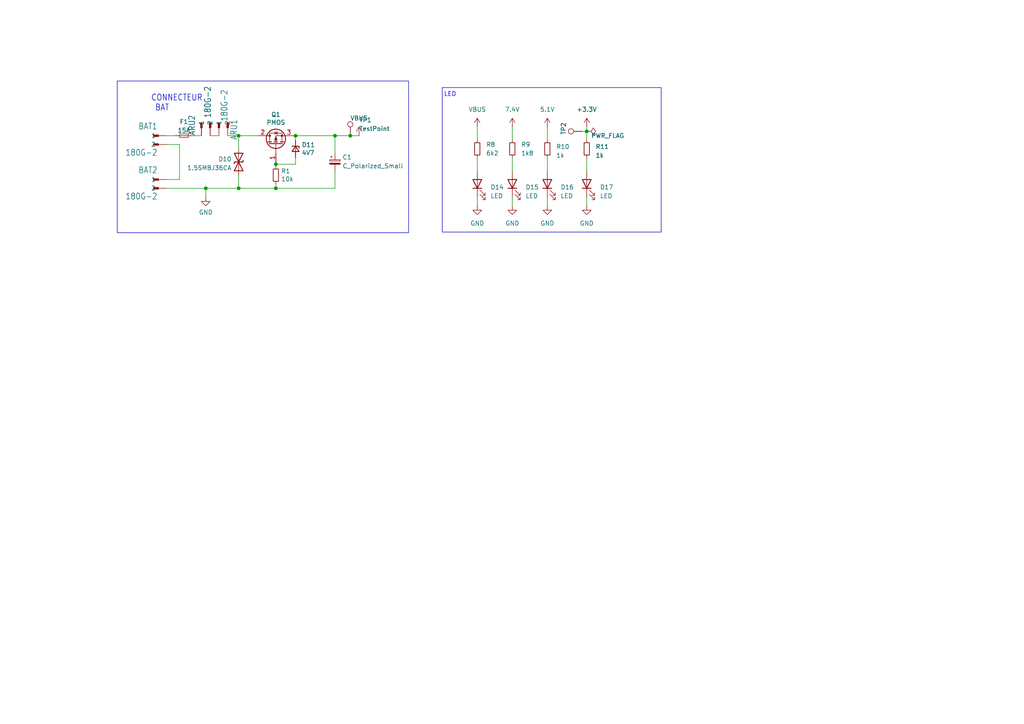
<source format=kicad_sch>
(kicad_sch (version 20231120) (generator "eeschema") (generator_version "8.0")
  (paper "A4")
  (lib_symbols
    (symbol "Connector:TestPoint" (pin_numbers hide) (pin_names (offset 0.762) hide)
      (property "Reference" "TP" (at 0 6.858 0))
      (property "Value" "TestPoint" (at 0 5.08 0))
      (symbol "TestPoint_0_1"
        (circle (center 0 3.302) (radius 0.762))
      )
      (symbol "TestPoint_1_1"
        (pin passive line (at 0 0 90) (length 2.54) (name "1") (number "1"))
      )
    )
    (symbol "Device:C_Polarized_Small" (pin_numbers hide) (pin_names (offset 0.254) hide)
      (property "Reference" "C" (at 0.254 1.778 0))
      (property "Value" "C_Polarized_Small" (at 0.254 -2.032 0))
      (symbol "C_Polarized_Small_0_1"
        (rectangle (start -1.524 -0.3048) (end 1.524 -0.6858) (fill (type outline)))
        (rectangle (start -1.524 0.6858) (end 1.524 0.3048))
        (polyline (pts (xy -1.27 1.524) (xy -0.762 1.524)))
        (polyline (pts (xy -1.016 1.27) (xy -1.016 1.778)))
      )
      (symbol "C_Polarized_Small_1_1"
        (pin passive line (at 0 2.54 270) (length 1.8542) (name "~") (number "1"))
        (pin passive line (at 0 -2.54 90) (length 1.8542) (name "~") (number "2"))
      )
    )
    (symbol "Device:D_TVS" (pin_numbers hide) (pin_names (offset 1.016) hide)
      (property "Reference" "D" (at 0 2.54 0))
      (property "Value" "D_TVS" (at 0 -2.54 0))
      (symbol "D_TVS_0_1"
        (polyline (pts (xy 1.27 0) (xy -1.27 0)))
        (polyline (pts (xy 0.508 1.27) (xy 0 1.27) (xy 0 -1.27) (xy -0.508 -1.27)) (stroke (width 0.254)))
        (polyline (pts (xy -2.54 1.27) (xy -2.54 -1.27) (xy 2.54 1.27) (xy 2.54 -1.27) (xy -2.54 1.27)) (stroke (width 0.254)))
      )
      (symbol "D_TVS_1_1"
        (pin passive line (at -3.81 0 0) (length 2.54) (name "A1") (number "1"))
        (pin passive line (at 3.81 0 180) (length 2.54) (name "A2") (number "2"))
      )
    )
    (symbol "Device:D_Zener_Small" (pin_numbers hide) (pin_names (offset 0.254) hide)
      (property "Reference" "D" (at 0 2.286 0))
      (property "Value" "D_Zener_Small" (at 0 -2.286 0))
      (symbol "D_Zener_Small_0_1"
        (polyline (pts (xy 0.762 0) (xy -0.762 0)))
        (polyline (pts (xy -0.254 1.016) (xy -0.762 1.016) (xy -0.762 -1.016)) (stroke (width 0.254)))
        (polyline (pts (xy 0.762 1.016) (xy -0.762 0) (xy 0.762 -1.016) (xy 0.762 1.016)) (stroke (width 0.254)))
      )
      (symbol "D_Zener_Small_1_1"
        (pin passive line (at -2.54 0 0) (length 1.778) (name "K") (number "1"))
        (pin passive line (at 2.54 0 180) (length 1.778) (name "A") (number "2"))
      )
    )
    (symbol "Device:Fuse_Small" (pin_numbers hide) (pin_names (offset 0.254) hide)
      (property "Reference" "F" (at 0 -1.524 0))
      (property "Value" "Fuse_Small" (at 0 1.524 0))
      (symbol "Fuse_Small_0_1"
        (rectangle (start -1.27 0.508) (end 1.27 -0.508))
        (polyline (pts (xy -1.27 0) (xy 1.27 0)))
      )
      (symbol "Fuse_Small_1_1"
        (pin passive line (at -2.54 0 0) (length 1.27) (name "~") (number "1"))
        (pin passive line (at 2.54 0 180) (length 1.27) (name "~") (number "2"))
      )
    )
    (symbol "Device:LED" (pin_numbers hide) (pin_names (offset 1.016) hide)
      (property "Reference" "D" (at 0 2.54 0))
      (property "Value" "LED" (at 0 -2.54 0))
      (symbol "LED_0_1"
        (polyline (pts (xy -1.27 -1.27) (xy -1.27 1.27)) (stroke (width 0.254)))
        (polyline (pts (xy -1.27 0) (xy 1.27 0)))
        (polyline (pts (xy 1.27 -1.27) (xy 1.27 1.27) (xy -1.27 0) (xy 1.27 -1.27)) (stroke (width 0.254)))
        (polyline (pts (xy -3.048 -0.762) (xy -4.572 -2.286) (xy -3.81 -2.286) (xy -4.572 -2.286) (xy -4.572 -1.524)))
        (polyline (pts (xy -1.778 -0.762) (xy -3.302 -2.286) (xy -2.54 -2.286) (xy -3.302 -2.286) (xy -3.302 -1.524)))
      )
      (symbol "LED_1_1"
        (pin passive line (at -3.81 0 0) (length 2.54) (name "K") (number "1"))
        (pin passive line (at 3.81 0 180) (length 2.54) (name "A") (number "2"))
      )
    )
    (symbol "Device:Q_PMOS_GDS" (pin_names (offset 0) hide)
      (property "Reference" "Q" (at 5.08 1.27 0))
      (property "Value" "Q_PMOS_GDS" (at 5.08 -1.27 0))
      (symbol "Q_PMOS_GDS_0_1"
        (polyline (pts (xy 0.254 0) (xy -2.54 0)))
        (polyline (pts (xy 0.254 1.905) (xy 0.254 -1.905)) (stroke (width 0.254)))
        (polyline (pts (xy 0.762 -1.27) (xy 0.762 -2.286)) (stroke (width 0.254)))
        (polyline (pts (xy 0.762 0.508) (xy 0.762 -0.508)) (stroke (width 0.254)))
        (polyline (pts (xy 0.762 2.286) (xy 0.762 1.27)) (stroke (width 0.254)))
        (polyline (pts (xy 2.54 2.54) (xy 2.54 1.778)))
        (polyline (pts (xy 2.54 -2.54) (xy 2.54 0) (xy 0.762 0)))
        (polyline (pts (xy 0.762 1.778) (xy 3.302 1.778) (xy 3.302 -1.778) (xy 0.762 -1.778)))
        (polyline (pts (xy 2.286 0) (xy 1.27 0.381) (xy 1.27 -0.381) (xy 2.286 0)) (fill (type outline)))
        (polyline (pts (xy 2.794 -0.508) (xy 2.921 -0.381) (xy 3.683 -0.381) (xy 3.81 -0.254)))
        (polyline (pts (xy 3.302 -0.381) (xy 2.921 0.254) (xy 3.683 0.254) (xy 3.302 -0.381)))
        (circle (center 1.651 0) (radius 2.794) (stroke (width 0.254)))
        (circle (center 2.54 -1.778) (radius 0.254) (fill (type outline)))
        (circle (center 2.54 1.778) (radius 0.254) (fill (type outline)))
      )
      (symbol "Q_PMOS_GDS_1_1"
        (pin input line (at -5.08 0 0) (length 2.54) (name "G") (number "1"))
        (pin passive line (at 2.54 5.08 270) (length 2.54) (name "D") (number "2"))
        (pin passive line (at 2.54 -5.08 90) (length 2.54) (name "S") (number "3"))
      )
    )
    (symbol "Device:R_Small" (pin_numbers hide) (pin_names (offset 0.254) hide)
      (property "Reference" "R" (at 0.762 0.508 0))
      (property "Value" "R_Small" (at 0.762 -1.016 0))
      (symbol "R_Small_0_1"
        (rectangle (start -0.762 1.778) (end 0.762 -1.778) (stroke (width 0.2032)))
      )
      (symbol "R_Small_1_1"
        (pin passive line (at 0 2.54 270) (length 0.762) (name "~") (number "1"))
        (pin passive line (at 0 -2.54 90) (length 0.762) (name "~") (number "2"))
      )
    )
    (symbol "power:+3.3V" (power) (pin_names (offset 0))
      (property "Value" "+3.3V" (at 0 3.556 0))
      (symbol "+3.3V_0_1"
        (polyline (pts (xy -0.762 1.27) (xy 0 2.54)))
        (polyline (pts (xy 0 0) (xy 0 2.54)))
        (polyline (pts (xy 0 2.54) (xy 0.762 1.27)))
      )
      (symbol "+3.3V_1_1"
        (pin power_in line (at 0 0 90) (length 0) hide (name "+3.3V") (number "1"))
      )
    )
    (symbol "power:GND" (power) (pin_names (offset 0))
      (property "Value" "GND" (at 0 -3.81 0))
      (symbol "GND_0_1"
        (polyline (pts (xy 0 0) (xy 0 -1.27) (xy 1.27 -1.27) (xy 0 -2.54) (xy -1.27 -1.27) (xy 0 -1.27)))
      )
      (symbol "GND_1_1"
        (pin power_in line (at 0 0 270) (length 0) hide (name "GND") (number "1"))
      )
    )
    (symbol "power:PWR_FLAG" (power) (pin_numbers hide) (pin_names (offset 0) hide)
      (property "Value" "PWR_FLAG" (at 0 3.81 0))
      (symbol "PWR_FLAG_0_0"
        (pin power_out line (at 0 0 90) (length 0) (name "pwr") (number "1"))
      )
      (symbol "PWR_FLAG_0_1"
        (polyline (pts (xy 0 0) (xy 0 1.27) (xy -1.016 1.905) (xy 0 2.54) (xy 1.016 1.905) (xy 0 1.27)))
      )
    )
    (symbol "power:VBUS" (power) (pin_numbers hide) (pin_names (offset 0) hide)
      (property "Value" "VBUS" (at 0 3.556 0))
      (symbol "VBUS_0_1"
        (polyline (pts (xy -0.762 1.27) (xy 0 2.54)))
        (polyline (pts (xy 0 0) (xy 0 2.54)))
        (polyline (pts (xy 0 2.54) (xy 0.762 1.27)))
      )
      (symbol "VBUS_1_1"
        (pin power_in line (at 0 0 90) (length 0) (name "~") (number "1"))
      )
    )
    (symbol "schematic1-eagle-import:180G-2"
      (property "Reference" "X" (at 0 1.778 0))
      (property "Value" "180G-2" (at 0 -5.842 0))
      (symbol "180G-2_1_0"
        (rectangle (start -0.254 -2.794) (end 1.27 -2.286) (fill (type outline)))
        (rectangle (start -0.254 -0.254) (end 1.27 0.254) (fill (type outline)))
        (pin passive line (at -2.54 0 0) (length 2.54) (name "1") (number "1"))
        (pin passive line (at -2.54 -2.54 0) (length 2.54) (name "2") (number "2"))
      )
    )
  )
  (junction (at 69.215 54.61))
  (junction (at 85.725 39.37))
  (junction (at 170.18 38.1))
  (junction (at 80.01 47.625))
  (junction (at 69.215 39.37))
  (junction (at 97.155 39.37))
  (junction (at 59.69 54.61))
  (junction (at 101.6 39.37))
  (junction (at 80.01 54.61))
  (wire (pts (xy 59.69 54.61) (xy 48.26 54.61)))
  (wire (pts (xy 85.09 39.37) (xy 85.725 39.37)))
  (wire (pts (xy 69.215 39.37) (xy 74.93 39.37)))
  (wire (pts (xy 80.01 47.625) (xy 80.01 48.26)))
  (wire (pts (xy 52.07 41.91) (xy 48.26 41.91)))
  (wire (pts (xy 85.725 47.625) (xy 80.01 47.625)))
  (wire (pts (xy 69.215 39.37) (xy 69.215 43.18)))
  (wire (pts (xy 148.59 59.69) (xy 148.59 57.15)))
  (wire (pts (xy 97.155 39.37) (xy 101.6 39.37)))
  (wire (pts (xy 138.43 45.72) (xy 138.43 49.53)))
  (wire (pts (xy 69.215 54.61) (xy 80.01 54.61)))
  (wire (pts (xy 158.75 36.83) (xy 158.75 40.64)))
  (wire (pts (xy 80.01 54.61) (xy 80.01 53.34)))
  (wire (pts (xy 158.75 59.69) (xy 158.75 57.15)))
  (wire (pts (xy 52.07 52.07) (xy 48.26 52.07)))
  (wire (pts (xy 148.59 45.72) (xy 148.59 49.53)))
  (wire (pts (xy 170.18 36.83) (xy 170.18 38.1)))
  (wire (pts (xy 170.18 59.69) (xy 170.18 57.15)))
  (wire (pts (xy 170.18 38.1) (xy 170.18 40.64)))
  (wire (pts (xy 97.155 54.61) (xy 80.01 54.61)))
  (wire (pts (xy 85.725 39.37) (xy 97.155 39.37)))
  (wire (pts (xy 80.01 46.99) (xy 80.01 47.625)))
  (wire (pts (xy 170.18 45.72) (xy 170.18 49.53)))
  (wire (pts (xy 52.07 52.07) (xy 52.07 41.91)))
  (wire (pts (xy 85.725 40.64) (xy 85.725 39.37)))
  (wire (pts (xy 85.725 45.72) (xy 85.725 47.625)))
  (wire (pts (xy 59.69 54.61) (xy 69.215 54.61)))
  (wire (pts (xy 69.215 50.8) (xy 69.215 54.61)))
  (wire (pts (xy 60.96 39.37) (xy 63.5 39.37)))
  (wire (pts (xy 97.155 49.53) (xy 97.155 54.61)))
  (wire (pts (xy 138.43 36.83) (xy 138.43 40.64)))
  (wire (pts (xy 101.6 39.37) (xy 104.14 39.37)))
  (wire (pts (xy 66.04 39.37) (xy 69.215 39.37)))
  (wire (pts (xy 158.75 45.72) (xy 158.75 49.53)))
  (wire (pts (xy 48.26 39.37) (xy 50.8 39.37)))
  (wire (pts (xy 168.91 38.1) (xy 170.18 38.1)))
  (wire (pts (xy 55.88 39.37) (xy 58.42 39.37)))
  (wire (pts (xy 148.59 36.83) (xy 148.59 40.64)))
  (wire (pts (xy 97.155 39.37) (xy 97.155 44.45)))
  (wire (pts (xy 138.43 59.69) (xy 138.43 57.15)))
  (wire (pts (xy 59.69 57.15) (xy 59.69 54.61)))
  (rectangle (start 128.27 25.4) (end 191.77 67.31))
  (rectangle (start 34 23.5) (end 118.5 67.5))
  (text "CONNECTEUR\n BAT" (at 43.815 32.385 0) (effects (font (size 1.778 1.5113)) (justify left bottom)))
  (text "LED" (at 130.556 27.432 0) (effects (font (size 1.27 1.27))))
  (symbol (lib_id "Device:LED") (at 138.43 53.34 90) (unit 1)
    (property "Reference" "D14" (at 142.24 54.2925 90) (effects (justify right)))
    (property "Value" "LED" (at 142.24 56.8325 90) (effects (justify right)))
    (property "Footprint" "LED_SMD:LED_0603_1608Metric" (effects (hide yes)))
  )
  (symbol (lib_id "power:GND") (at 138.43 59.69 0) (unit 1)
    (property "Reference" "#PWR032" (effects (hide yes)))
    (property "Value" "GND" (at 138.43 64.77 0))
  )
  (symbol (lib_id "Connector:TestPoint") (at 168.91 38.1 90) (unit 1)
    (property "Reference" "TP2" (at 163.439 39.123 0) (effects (justify left)))
    (property "Value" "3V3" (effects (hide yes)))
    (property "Footprint" "Connector_Pin:Pin_D0.9mm_L10.0mm_W2.4mm_FlatFork" (effects (hide yes)))
  )
  (symbol (lib_id "schematic1-eagle-import:180G-2") (at 45.72 52.07 0) (mirror y) (unit 1)
    (property "Reference" "BAT2" (at 45.72 50.292 0) (effects (font (size 1.778 1.5113)) (justify left bottom)))
    (property "Value" "180G-2" (at 45.72 57.912 0) (effects (font (size 1.778 1.5113)) (justify left bottom)))
    (property "Footprint" "MainBoard:180G-2" (effects (hide yes)))
  )
  (symbol (lib_id "power:+3.3V") (at 170.18 36.83 0) (unit 1)
    (property "Reference" "#PWR035" (effects (hide yes)))
    (property "Value" "+3.3V" (at 170.18 31.75 0))
  )
  (symbol (lib_id "Device:Q_PMOS_GDS") (at 80.01 41.91 90) (unit 1)
    (property "Reference" "Q1" (at 80.01 33.2232 90))
    (property "Value" "PMOS" (at 80.01 35.5346 90))
    (property "Footprint" "schematic1:MOS_WDFN8" (effects (hide yes)))
    (property "Datasheet" "https://www.onsemi.com/pdf/datasheet/nttfs015p03p8z-d.pdf" (effects (hide yes)))
    (property "Mouser Part Number" "863-NTTFS015P03P8ZWG" (effects (hide yes)))
  )
  (symbol (lib_id "power:VBUS") (at 138.43 36.83 0) (unit 1)
    (property "Reference" "#PWR047" (effects (hide yes)))
    (property "Value" "VBUS" (at 138.43 31.75 0))
    (property "Description" "Power symbol creates a global label with name \"VBUS\"" (effects (hide yes)))
  )
  (symbol (lib_id "Connector:TestPoint") (at 101.6 39.37 0) (unit 1)
    (property "Reference" "TP1" (at 104.14 34.7979 0) (effects (justify left)))
    (property "Value" "TestPoint" (at 104.14 37.3379 0) (effects (justify left)))
    (property "Description" "test point" (effects (hide yes)))
  )
  (symbol (lib_id "power:PWR_FLAG") (at 170.18 38.1 270) (unit 1)
    (property "Reference" "#FLG03" (effects (hide yes)))
    (property "Value" "PWR_FLAG" (at 171.45 39.37 90) (effects (justify left)))
  )
  (symbol (lib_id "Device:LED") (at 158.75 53.34 90) (unit 1)
    (property "Reference" "D16" (at 162.56 54.2925 90) (effects (justify right)))
    (property "Value" "LED" (at 162.56 56.8325 90) (effects (justify right)))
    (property "Footprint" "LED_SMD:LED_0603_1608Metric" (effects (hide yes)))
  )
  (symbol (lib_id "power:GND") (at 170.18 59.69 0) (unit 1)
    (property "Reference" "#PWR036" (effects (hide yes)))
    (property "Value" "GND" (at 170.18 64.77 0))
  )
  (symbol (lib_id "power:GND") (at 148.59 59.69 0) (unit 1)
    (property "Reference" "#PWR033" (effects (hide yes)))
    (property "Value" "GND" (at 148.59 64.77 0))
  )
  (symbol (lib_id "power:GND") (at 59.69 57.15 0) (unit 1)
    (property "Reference" "#PWR021" (effects (hide yes)))
    (property "Value" "GND" (at 59.69 61.5934 0))
  )
  (symbol (lib_id "schematic1-eagle-import:180G-2") (at 58.42 36.83 90) (unit 1)
    (property "Reference" "ARU2" (at 56.642 39.37 0) (effects (font (size 1.778 1.5113)) (justify left bottom)))
    (property "Value" "180G-2" (at 61.214 34.29 0) (effects (font (size 1.778 1.5113)) (justify left bottom)))
    (property "Footprint" "MainBoard:180G-2" (effects (hide yes)))
  )
  (symbol (lib_id "Device:D_TVS") (at 69.215 46.99 270) (mirror x) (unit 1)
    (property "Reference" "D10" (at 67.183 46.1553 90) (effects (justify right)))
    (property "Value" "1.5SMBJ36CA" (at 67.183 48.6922 90) (effects (justify right)))
    (property "Footprint" "Diode_SMD:D_SMB" (effects (hide yes)))
    (property "Datasheet" "https://www.mouser.fr/datasheet/2/54/BOURNS_1_5SMBJ_datasheet-2530221.pdf" (effects (hide yes)))
    (property "Mouser Part Number" "652-1.5SMBJ36CA-H" (effects (hide yes)))
  )
  (symbol (lib_id "schematic1-eagle-import:180G-2") (at 63.5 36.83 90) (unit 1)
    (property "Reference" "ARU1" (at 68.834 40.64 0) (effects (font (size 1.778 1.5113)) (justify left bottom)))
    (property "Value" "180G-2" (at 66.04 35.306 0) (effects (font (size 1.778 1.5113)) (justify left bottom)))
    (property "Footprint" "MainBoard:180G-2" (effects (hide yes)))
  )
  (symbol (lib_id "power:GND") (at 158.75 59.69 0) (unit 1)
    (property "Reference" "#PWR034" (effects (hide yes)))
    (property "Value" "GND" (at 158.75 64.77 0))
  )
  (symbol (lib_id "Device:C_Polarized_Small") (at 97.155 46.99 0) (unit 1)
    (property "Reference" "C1" (at 99.314 45.6092 0) (effects (justify left)))
    (property "Value" "C_Polarized_Small" (at 99.314 48.1461 0) (effects (justify left)))
    (property "Footprint" "schematic1:E5-6" (effects (hide yes)))
  )
  (symbol (lib_id "Device:R_Small") (at 158.75 43.18 0) (unit 1)
    (property "Reference" "R10" (at 161.29 42.545 0) (effects (justify left)))
    (property "Value" "1k" (at 161.29 45.085 0) (effects (justify left)))
    (property "Footprint" "Resistor_SMD:R_0402_1005Metric" (effects (hide yes)))
  )
  (symbol (lib_id "Device:D_Zener_Small") (at 85.725 43.18 270) (unit 1)
    (property "Reference" "D11" (at 87.503 42.0116 90) (effects (justify left)))
    (property "Value" "4V7" (at 87.503 44.323 90) (effects (justify left)))
    (property "Footprint" "Diode_SMD:D_0603_1608Metric" (effects (hide yes)))
    (property "Datasheet" "https://www.mouser.fr/datasheet/2/916/BZX84J_SER-1319442.pdf" (effects (hide yes)))
    (property "Mouser Part Number" "771-BZX84J-C4V7115" (effects (hide yes)))
  )
  (symbol (lib_id "Device:LED") (at 148.59 53.34 90) (unit 1)
    (property "Reference" "D15" (at 152.4 54.2925 90) (effects (justify right)))
    (property "Value" "LED" (at 152.4 56.8325 90) (effects (justify right)))
    (property "Footprint" "LED_SMD:LED_0603_1608Metric" (effects (hide yes)))
  )
  (symbol (lib_id "power:VBUS") (at 148.59 36.83 0) (unit 1)
    (property "Reference" "#PWR048" (effects (hide yes)))
    (property "Value" "7.4V" (at 148.59 31.75 0))
    (property "Description" "Power symbol creates a global label with name \"VBUS\"" (effects (hide yes)))
  )
  (symbol (lib_id "Device:LED") (at 170.18 53.34 90) (unit 1)
    (property "Reference" "D17" (at 173.99 54.2925 90) (effects (justify right)))
    (property "Value" "LED" (at 173.99 56.8325 90) (effects (justify right)))
    (property "Footprint" "LED_SMD:LED_0603_1608Metric" (effects (hide yes)))
  )
  (symbol (lib_id "Device:R_Small") (at 138.43 43.18 0) (unit 1)
    (property "Reference" "R8" (at 140.97 41.9099 0) (effects (justify left)))
    (property "Value" "6k2" (at 140.97 44.4499 0) (effects (justify left)))
    (property "Footprint" "Resistor_SMD:R_0402_1005Metric" (effects (hide yes)))
  )
  (symbol (lib_id "Device:R_Small") (at 170.18 43.18 0) (unit 1)
    (property "Reference" "R11" (at 172.72 42.545 0) (effects (justify left)))
    (property "Value" "1k" (at 172.72 45.085 0) (effects (justify left)))
    (property "Footprint" "Resistor_SMD:R_0402_1005Metric" (effects (hide yes)))
  )
  (symbol (lib_id "schematic1-eagle-import:180G-2") (at 45.72 39.37 0) (mirror y) (unit 1)
    (property "Reference" "BAT1" (at 45.72 37.592 0) (effects (font (size 1.778 1.5113)) (justify left bottom)))
    (property "Value" "180G-2" (at 45.72 45.212 0) (effects (font (size 1.778 1.5113)) (justify left bottom)))
    (property "Footprint" "MainBoard:180G-2" (effects (hide yes)))
  )
  (symbol (lib_id "Device:R_Small") (at 148.59 43.18 0) (unit 1)
    (property "Reference" "R9" (at 151.13 41.91 0) (effects (justify left)))
    (property "Value" "1k8" (at 151.13 44.45 0) (effects (justify left)))
    (property "Footprint" "Resistor_SMD:R_0402_1005Metric" (effects (hide yes)))
  )
  (symbol (lib_id "power:VBUS") (at 158.75 36.83 0) (unit 1)
    (property "Reference" "#PWR049" (effects (hide yes)))
    (property "Value" "5.1V" (at 158.75 31.75 0))
    (property "Description" "Power symbol creates a global label with name \"VBUS\"" (effects (hide yes)))
  )
  (symbol (lib_id "power:VBUS") (at 104.14 39.37 0) (unit 1)
    (property "Reference" "#PWR046" (effects (hide yes)))
    (property "Value" "VBUS" (at 104.14 34.29 0))
    (property "Description" "Power symbol creates a global label with name \"VBUS\"" (effects (hide yes)))
  )
  (symbol (lib_id "Device:Fuse_Small") (at 53.34 39.37 0) (unit 1)
    (property "Reference" "F1" (at 53.34 35.2892 0))
    (property "Value" "15A" (at 53.34 37.8261 0))
    (property "Footprint" "Fuse:Fuse_1206_3216Metric_Pad1.42x1.75mm_HandSolder" (effects (hide yes)))
    (property "Datasheet" "https://www.mouser.fr/datasheet/2/358/typ_UST_1206-1276051.pdf" (effects (hide yes)))
    (property "Mouser Part Number" "693-3413.0330.22" (effects (hide yes)))
  )
  (symbol (lib_id "Device:R_Small") (at 80.01 50.8 0) (unit 1)
    (property "Reference" "R1" (at 81.5086 49.6316 0) (effects (justify left)))
    (property "Value" "10k" (at 81.5086 51.943 0) (effects (justify left)))
    (property "Footprint" "Resistor_SMD:R_0805_2012Metric_Pad1.20x1.40mm_HandSolder" (effects (hide yes)))
  )
)
</source>
